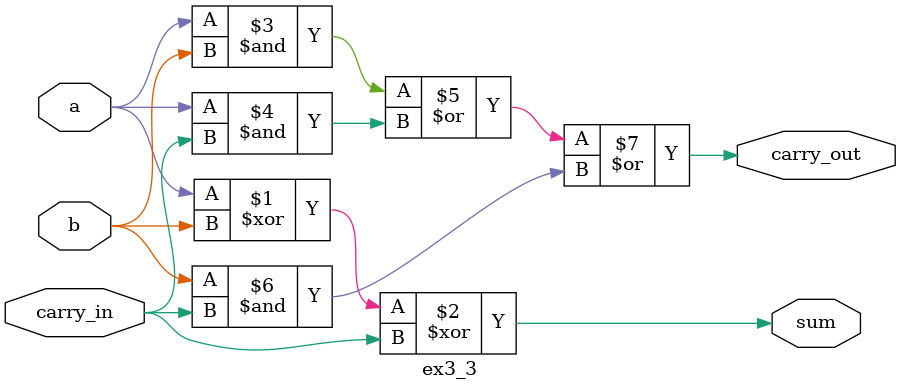
<source format=v>
module ex3_3(a,b,carry_in,sum,carry_out);
	input a, b, carry_in;
	output sum, carry_out;
	
	assign sum = a ^ b ^ carry_in;
	assign carry_out = (a&b) | (a&carry_in) | (b&carry_in);
endmodule
</source>
